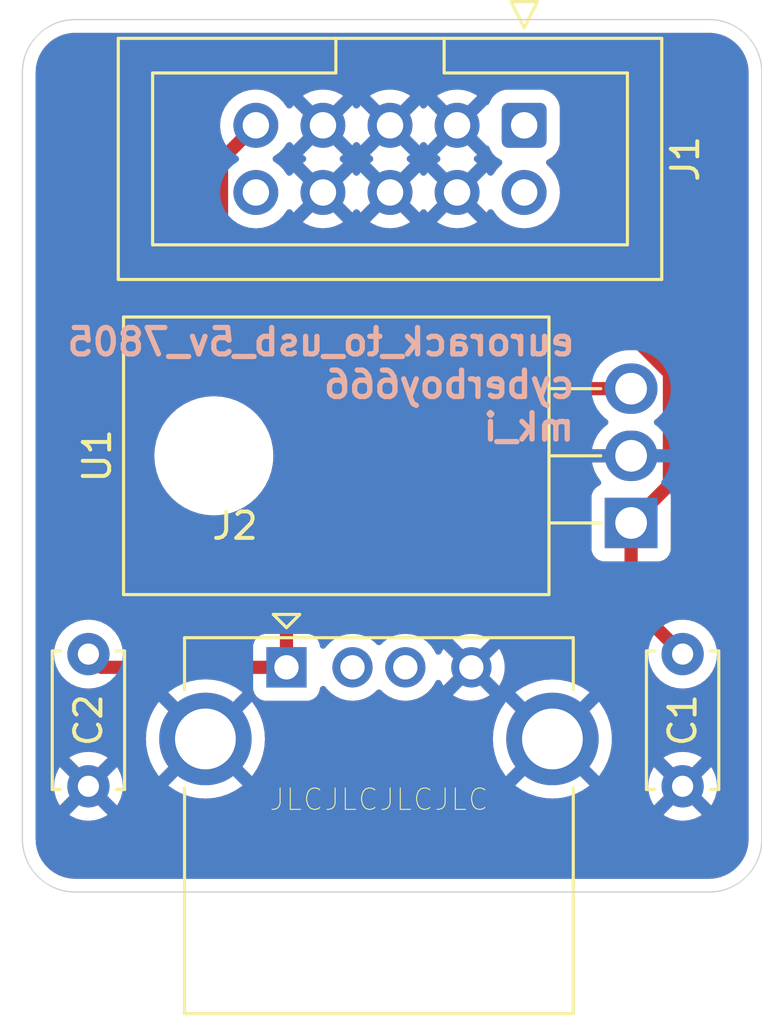
<source format=kicad_pcb>
(kicad_pcb (version 20240108) (generator "pcbnew") (generator_version "8.0")
  (layers (0 "F.Cu" signal) (31 "B.Cu" signal) (34 "B.Paste" user) (35 "F.Paste" user) (36 "B.SilkS" user "B.Silkscreen") (37 "F.SilkS" user "F.Silkscreen") (38 "B.Mask" user) (39 "F.Mask" user) (44 "Edge.Cuts" user))
  (net 0 "")
  (net 1 "GND")
  (net 7 "Net-(J2-VBUS)")
  (net 8 "Net-(J1-Pin_9)")
  (footprint "Connector_USB:USB_A_CONNFLY_DS1095-WNR0" (layer "F.Cu") (at 145 100.5)
    (property "Reference" "J2" (at -1.95 -5.35 0) (layer "F.SilkS"))
    (property "Value" "usb-a-horizontal")
    (fp_line (start -3.86 -1.12) (end -3.86 0.86) (stroke (width 0.12)) (layer "F.SilkS"))
    (fp_line (start -3.86 -1.12) (end 10.86 -1.12) (stroke (width 0.12)) (layer "F.SilkS"))
    (fp_line (start -3.86 4.56) (end -3.86 13.1) (stroke (width 0.12)) (layer "F.SilkS"))
    (fp_line (start -3.86 13.1) (end 10.86 13.1) (stroke (width 0.12)) (layer "F.SilkS"))
    (fp_line (start -0.5 -2) (end 0 -1.5) (stroke (width 0.12)) (layer "F.SilkS"))
    (fp_line (start 0 -1.5) (end 0.5 -2) (stroke (width 0.12)) (layer "F.SilkS"))
    (fp_line (start 0.5 -2) (end -0.5 -2) (stroke (width 0.12)) (layer "F.SilkS"))
    (fp_line (start 10.86 0.86) (end 10.86 -1.12) (stroke (width 0.12)) (layer "F.SilkS"))
    (fp_line (start 10.86 4.56) (end 10.86 13.1) (stroke (width 0.12)) (layer "F.SilkS"))
    (pad "1" thru_hole rect (at 0 0) (size 1.524 1.524) (drill 0.92) (layers "*.Cu" "*.Mask") (net 7 "Net-(J2-VBUS)"))
    (pad "2" thru_hole circle (at 2.5 0) (size 1.524 1.524) (drill 0.92) (layers "*.Cu" "*.Mask"))
    (pad "3" thru_hole circle (at 4.5 0) (size 1.524 1.524) (drill 0.92) (layers "*.Cu" "*.Mask"))
    (pad "4" thru_hole circle (at 7 0) (size 1.524 1.524) (drill 0.92) (layers "*.Cu" "*.Mask") (net 1 "GND"))
    (pad "5" thru_hole circle (at -3.07 2.71) (size 3.5 3.5) (drill 2.3) (layers "*.Cu" "*.Mask") (net 1 "GND"))
    (pad "5" thru_hole circle (at 10.07 2.71) (size 3.5 3.5) (drill 2.3) (layers "*.Cu" "*.Mask") (net 1 "GND"))
  )
  (footprint "Capacitor_THT:C_Disc_D5.0mm_W2.5mm_P5.00mm" (layer "F.Cu") (at 160 100 -90)
    (property "Reference" "C1" (at 2.5 0 90) (layer "F.SilkS"))
    (property "Value" "0.33u")
    (fp_line (start -0.12 1.37) (end 5.12 1.37) (stroke (width 0.12)) (layer "F.SilkS"))
    (fp_line (start -0.12 1.055) (end -0.12 1.37) (stroke (width 0.12)) (layer "F.SilkS"))
    (fp_line (start 5.12 1.055) (end 5.12 1.37) (stroke (width 0.12)) (layer "F.SilkS"))
    (fp_line (start -0.12 -1.37) (end -0.12 -1.055) (stroke (width 0.12)) (layer "F.SilkS"))
    (fp_line (start -0.12 -1.37) (end 5.12 -1.37) (stroke (width 0.12)) (layer "F.SilkS"))
    (fp_line (start 5.12 -1.37) (end 5.12 -1.055) (stroke (width 0.12)) (layer "F.SilkS"))
    (pad "1" thru_hole circle (at 0 0 270) (size 1.6 1.6) (drill 0.8) (layers "*.Cu" "*.Mask") (net 8 "Net-(J1-Pin_9)"))
    (pad "2" thru_hole circle (at 5 0 270) (size 1.6 1.6) (drill 0.8) (layers "*.Cu" "*.Mask") (net 1 "GND"))
  )
  (footprint "Connector_IDC:IDC-Header_2x05_P2.54mm_Vertical" (layer "F.Cu") (at 154 80 -90)
    (property "Reference" "J1" (at 1.27 -6.1 -90) (layer "F.SilkS"))
    (property "Value" "power_16pin_eurorack")
    (fp_line (start -3.29 15.37) (end -3.29 -5.21) (stroke (width 0.12)) (layer "F.SilkS"))
    (fp_line (start 5.83 15.37) (end -3.29 15.37) (stroke (width 0.12)) (layer "F.SilkS"))
    (fp_line (start -1.98 14.07) (end -1.98 7.13) (stroke (width 0.12)) (layer "F.SilkS"))
    (fp_line (start 4.52 14.07) (end -1.98 14.07) (stroke (width 0.12)) (layer "F.SilkS"))
    (fp_line (start -1.98 7.13) (end -3.29 7.13) (stroke (width 0.12)) (layer "F.SilkS"))
    (fp_line (start -1.98 7.13) (end -1.98 7.13) (stroke (width 0.12)) (layer "F.SilkS"))
    (fp_line (start -3.29 3.03) (end -1.98 3.03) (stroke (width 0.12)) (layer "F.SilkS"))
    (fp_line (start -1.98 3.03) (end -1.98 -3.91) (stroke (width 0.12)) (layer "F.SilkS"))
    (fp_line (start -4.68 0.5) (end -3.68 0) (stroke (width 0.12)) (layer "F.SilkS"))
    (fp_line (start -3.68 0) (end -4.68 -0.5) (stroke (width 0.12)) (layer "F.SilkS"))
    (fp_line (start -4.68 -0.5) (end -4.68 0.5) (stroke (width 0.12)) (layer "F.SilkS"))
    (fp_line (start -1.98 -3.91) (end 4.52 -3.91) (stroke (width 0.12)) (layer "F.SilkS"))
    (fp_line (start 4.52 -3.91) (end 4.52 14.07) (stroke (width 0.12)) (layer "F.SilkS"))
    (fp_line (start -3.29 -5.21) (end 5.83 -5.21) (stroke (width 0.12)) (layer "F.SilkS"))
    (fp_line (start 5.83 -5.21) (end 5.83 15.37) (stroke (width 0.12)) (layer "F.SilkS"))
    (pad "1" thru_hole roundrect (at 0 0 270) (size 1.7 1.7) (drill 1) (layers "*.Cu" "*.Mask") (roundrect_rratio 0.147059))
    (pad "2" thru_hole circle (at 2.54 0 270) (size 1.7 1.7) (drill 1) (layers "*.Cu" "*.Mask"))
    (pad "3" thru_hole circle (at 0 2.54 270) (size 1.7 1.7) (drill 1) (layers "*.Cu" "*.Mask") (net 1 "GND"))
    (pad "4" thru_hole circle (at 2.54 2.54 270) (size 1.7 1.7) (drill 1) (layers "*.Cu" "*.Mask") (net 1 "GND"))
    (pad "5" thru_hole circle (at 0 5.08 270) (size 1.7 1.7) (drill 1) (layers "*.Cu" "*.Mask") (net 1 "GND"))
    (pad "6" thru_hole circle (at 2.54 5.08 270) (size 1.7 1.7) (drill 1) (layers "*.Cu" "*.Mask") (net 1 "GND"))
    (pad "7" thru_hole circle (at 0 7.62 270) (size 1.7 1.7) (drill 1) (layers "*.Cu" "*.Mask") (net 1 "GND"))
    (pad "8" thru_hole circle (at 2.54 7.62 270) (size 1.7 1.7) (drill 1) (layers "*.Cu" "*.Mask") (net 1 "GND"))
    (pad "9" thru_hole circle (at 0 10.16 270) (size 1.7 1.7) (drill 1) (layers "*.Cu" "*.Mask") (net 8 "Net-(J1-Pin_9)"))
    (pad "10" thru_hole circle (at 2.54 10.16 270) (size 1.7 1.7) (drill 1) (layers "*.Cu" "*.Mask"))
  )
  (footprint "Package_TO_SOT_THT:TO-220F-3_Horizontal_TabDown" (layer "F.Cu") (at 158.05 95.04 90)
    (property "Reference" "U1" (at 2.54 -20.22 90) (layer "F.SilkS"))
    (property "Value" "LM7805_TO220")
    (fp_line (start 7.79 -19.22) (end 7.79 -3.11) (stroke (width 0.12)) (layer "F.SilkS"))
    (fp_line (start -2.71 -19.22) (end 7.79 -19.22) (stroke (width 0.12)) (layer "F.SilkS"))
    (fp_line (start -2.71 -19.22) (end -2.71 -3.11) (stroke (width 0.12)) (layer "F.SilkS"))
    (fp_line (start 5.08 -3.11) (end 5.08 -1.15) (stroke (width 0.12)) (layer "F.SilkS"))
    (fp_line (start 2.54 -3.11) (end 2.54 -1.15) (stroke (width 0.12)) (layer "F.SilkS"))
    (fp_line (start 0 -3.11) (end 0 -1.15) (stroke (width 0.12)) (layer "F.SilkS"))
    (fp_line (start -2.71 -3.11) (end 7.79 -3.11) (stroke (width 0.12)) (layer "F.SilkS"))
    (pad "" np_thru_hole oval (at 2.54 -15.8 90) (size 3.5 3.5) (drill 3.5) (layers "*.Cu" "*.Mask"))
    (pad "1" thru_hole rect (at 0 0 90) (size 1.905 2) (drill 1.2) (layers "*.Cu" "*.Mask") (net 8 "Net-(J1-Pin_9)"))
    (pad "2" thru_hole oval (at 2.54 0 90) (size 1.905 2) (drill 1.2) (layers "*.Cu" "*.Mask") (net 1 "GND"))
    (pad "3" thru_hole oval (at 5.08 0 90) (size 1.905 2) (drill 1.2) (layers "*.Cu" "*.Mask") (net 7 "Net-(J2-VBUS)"))
  )
  (footprint "Capacitor_THT:C_Disc_D5.0mm_W2.5mm_P5.00mm" (layer "F.Cu") (at 137.5 100 -90)
    (property "Reference" "C2" (at 2.5 0 90) (layer "F.SilkS"))
    (property "Value" "0.1u")
    (fp_line (start -0.12 1.37) (end 5.12 1.37) (stroke (width 0.12)) (layer "F.SilkS"))
    (fp_line (start -0.12 1.055) (end -0.12 1.37) (stroke (width 0.12)) (layer "F.SilkS"))
    (fp_line (start 5.12 1.055) (end 5.12 1.37) (stroke (width 0.12)) (layer "F.SilkS"))
    (fp_line (start -0.12 -1.37) (end -0.12 -1.055) (stroke (width 0.12)) (layer "F.SilkS"))
    (fp_line (start -0.12 -1.37) (end 5.12 -1.37) (stroke (width 0.12)) (layer "F.SilkS"))
    (fp_line (start 5.12 -1.37) (end 5.12 -1.055) (stroke (width 0.12)) (layer "F.SilkS"))
    (pad "1" thru_hole circle (at 0 0 270) (size 1.6 1.6) (drill 0.8) (layers "*.Cu" "*.Mask") (net 7 "Net-(J2-VBUS)"))
    (pad "2" thru_hole circle (at 5 0 270) (size 1.6 1.6) (drill 0.8) (layers "*.Cu" "*.Mask") (net 1 "GND"))
  )
  (gr_arc (start 137 109) (mid 135.585786 108.414214) (end 135 107) (stroke (width 0.05)) (layer "Edge.Cuts"))
  (gr_arc (start 135 78) (mid 135.585786 76.585786) (end 137 76) (stroke (width 0.05)) (layer "Edge.Cuts"))
  (gr_line (start 161 76) (end 137 76) (stroke (width 0.05)) (layer "Edge.Cuts"))
  (gr_arc (start 163 107) (mid 162.414214 108.414214) (end 161 109) (stroke (width 0.05)) (layer "Edge.Cuts"))
  (gr_arc (start 161 76) (mid 162.414214 76.585786) (end 163 78) (stroke (width 0.05)) (layer "Edge.Cuts"))
  (gr_line (start 161 109) (end 137 109) (stroke (width 0.05)) (layer "Edge.Cuts"))
  (gr_line (start 135 78) (end 135 107) (stroke (width 0.05)) (layer "Edge.Cuts"))
  (gr_line (start 163 78) (end 163 107) (stroke (width 0.05)) (layer "Edge.Cuts"))
  (gr_text "eurorack_to_usb_5v_7805\ncyberboy666\nmk_i" (at 156 92 0) (layer "B.SilkS") (effects (font (size 1 1) (thickness 0.2) (bold yes)) (justify left bottom mirror)))
  (gr_text "JLCJLCJLCJLC" (at 148.5 105.5 0) (layer "F.SilkS") (effects (font (size 0.81 0.81) (thickness 0.03775))))
  (segment (start 152.04 89.96) (end 145 97) (width 0.5) (layer "F.Cu") (net 7))
  (segment (start 145 97) (end 145 100.5) (width 0.5) (layer "F.Cu") (net 7))
  (segment (start 138 100.5) (end 137.5 100) (width 0.5) (layer "F.Cu") (net 7))
  (segment (start 145 100.5) (end 138 100.5) (width 0.5) (layer "F.Cu") (net 7))
  (segment (start 158.05 89.96) (end 152.04 89.96) (width 0.5) (layer "F.Cu") (net 7))
  (segment (start 158.05 95.04) (end 158.05 98.05) (width 0.5) (layer "F.Cu") (net 8))
  (segment (start 142.54 81.3) (end 142.54 83.54) (width 0.5) (layer "F.Cu") (net 8))
  (segment (start 159.5 93.59) (end 158.05 95.04) (width 0.5) (layer "F.Cu") (net 8))
  (segment (start 142.54 83.54) (end 146.5 87.5) (width 0.5) (layer "F.Cu") (net 8))
  (segment (start 146.5 87.5) (end 157.620935 87.5) (width 0.5) (layer "F.Cu") (net 8))
  (segment (start 143.84 80) (end 142.54 81.3) (width 0.5) (layer "F.Cu") (net 8))
  (segment (start 158.05 98.05) (end 160 100) (width 0.5) (layer "F.Cu") (net 8))
  (segment (start 159.5 89.379065) (end 159.5 93.59) (width 0.5) (layer "F.Cu") (net 8))
  (segment (start 157.620935 87.5) (end 159.5 89.379065) (width 0.5) (layer "F.Cu") (net 8))
  (zone (net 1) (net_name "GND") (layers "F&B.Cu") (connect_pads (clearance 0.5)) (min_thickness 0.25) (fill yes (thermal_gap 0.5) (thermal_bridge_width 0.5))
    (polygon (pts (xy 135 76) (xy 163 76) (xy 162.5 109) (xy 135 109)))
  )
)
</source>
